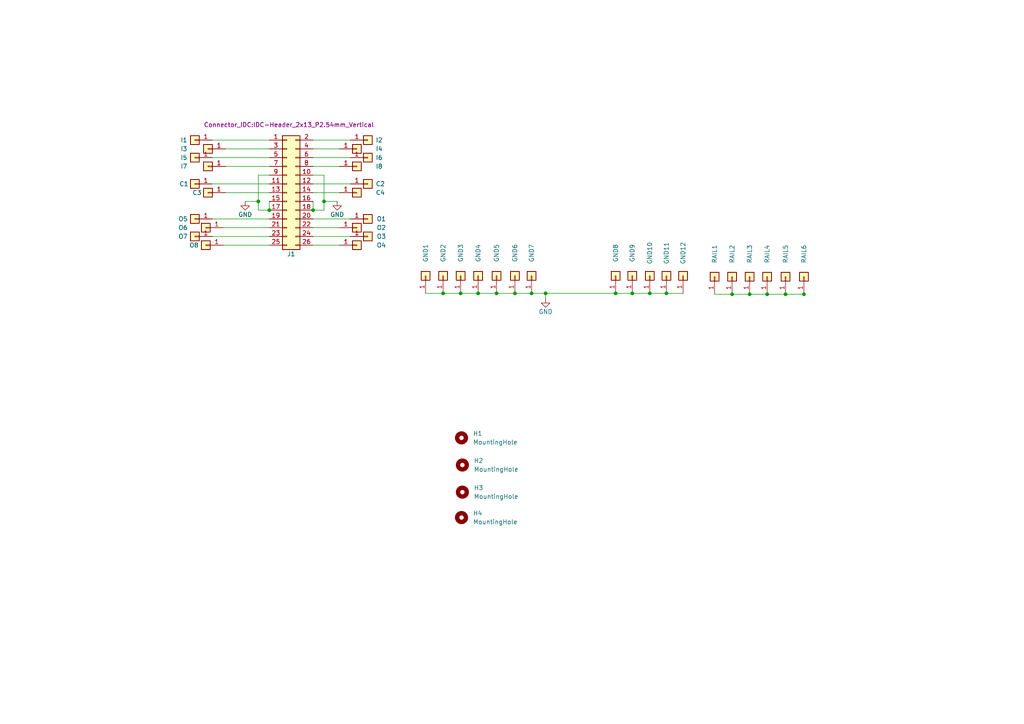
<source format=kicad_sch>
(kicad_sch (version 20250114) (generator "eeschema") (generator_version "9.0")
  (paper "A4")
  (title_block (title "ft-RPI-sa IO-Board") (date "2025-06-10") (rev "V1.0") (company "Lippmann Elektronik"))
  (lib_symbols
    (symbol "Connector_Generic:Conn_01x01" (pin_names (offset 1.016) (hide yes))
      (property "Reference" "J" (at 0 2.54 0))
      (property "Value" "Conn_01x01" (at 0 -2.54 0))
      (symbol "Conn_01x01_1_1"
        (rectangle (start -1.27 1.27) (end 1.27 -1.27) (stroke (width 0.254)) (fill (type background)))
        (rectangle (start -1.27 0.127) (end 0 -0.127) (stroke (width 0.1524)))
        (pin passive line (at -5.08 0 0) (length 3.81) (name "Pin_1") (number "1"))
      )
    )
    (symbol "Connector_Generic:Conn_02x13_Odd_Even" (pin_names (offset 1.016) (hide yes))
      (property "Reference" "J" (at 1.27 17.78 0))
      (property "Value" "Conn_02x13_Odd_Even" (at 1.27 -17.78 0))
      (symbol "Conn_02x13_Odd_Even_1_1"
        (rectangle (start -1.27 16.51) (end 3.81 -16.51) (stroke (width 0.254)) (fill (type background)))
        (rectangle (start -1.27 15.367) (end 0 15.113) (stroke (width 0.1524)))
        (rectangle (start -1.27 12.827) (end 0 12.573) (stroke (width 0.1524)))
        (rectangle (start -1.27 10.287) (end 0 10.033) (stroke (width 0.1524)))
        (rectangle (start -1.27 7.747) (end 0 7.493) (stroke (width 0.1524)))
        (rectangle (start -1.27 5.207) (end 0 4.953) (stroke (width 0.1524)))
        (rectangle (start -1.27 2.667) (end 0 2.413) (stroke (width 0.1524)))
        (rectangle (start -1.27 0.127) (end 0 -0.127) (stroke (width 0.1524)))
        (rectangle (start -1.27 -2.413) (end 0 -2.667) (stroke (width 0.1524)))
        (rectangle (start -1.27 -4.953) (end 0 -5.207) (stroke (width 0.1524)))
        (rectangle (start -1.27 -7.493) (end 0 -7.747) (stroke (width 0.1524)))
        (rectangle (start -1.27 -10.033) (end 0 -10.287) (stroke (width 0.1524)))
        (rectangle (start -1.27 -12.573) (end 0 -12.827) (stroke (width 0.1524)))
        (rectangle (start -1.27 -15.113) (end 0 -15.367) (stroke (width 0.1524)))
        (rectangle (start 3.81 15.367) (end 2.54 15.113) (stroke (width 0.1524)))
        (rectangle (start 3.81 12.827) (end 2.54 12.573) (stroke (width 0.1524)))
        (rectangle (start 3.81 10.287) (end 2.54 10.033) (stroke (width 0.1524)))
        (rectangle (start 3.81 7.747) (end 2.54 7.493) (stroke (width 0.1524)))
        (rectangle (start 3.81 5.207) (end 2.54 4.953) (stroke (width 0.1524)))
        (rectangle (start 3.81 2.667) (end 2.54 2.413) (stroke (width 0.1524)))
        (rectangle (start 3.81 0.127) (end 2.54 -0.127) (stroke (width 0.1524)))
        (rectangle (start 3.81 -2.413) (end 2.54 -2.667) (stroke (width 0.1524)))
        (rectangle (start 3.81 -4.953) (end 2.54 -5.207) (stroke (width 0.1524)))
        (rectangle (start 3.81 -7.493) (end 2.54 -7.747) (stroke (width 0.1524)))
        (rectangle (start 3.81 -10.033) (end 2.54 -10.287) (stroke (width 0.1524)))
        (rectangle (start 3.81 -12.573) (end 2.54 -12.827) (stroke (width 0.1524)))
        (rectangle (start 3.81 -15.113) (end 2.54 -15.367) (stroke (width 0.1524)))
        (pin passive line (at -5.08 15.24 0) (length 3.81) (name "Pin_1") (number "1"))
        (pin passive line (at -5.08 12.7 0) (length 3.81) (name "Pin_3") (number "3"))
        (pin passive line (at -5.08 10.16 0) (length 3.81) (name "Pin_5") (number "5"))
        (pin passive line (at -5.08 7.62 0) (length 3.81) (name "Pin_7") (number "7"))
        (pin passive line (at -5.08 5.08 0) (length 3.81) (name "Pin_9") (number "9"))
        (pin passive line (at -5.08 2.54 0) (length 3.81) (name "Pin_11") (number "11"))
        (pin passive line (at -5.08 0 0) (length 3.81) (name "Pin_13") (number "13"))
        (pin passive line (at -5.08 -2.54 0) (length 3.81) (name "Pin_15") (number "15"))
        (pin passive line (at -5.08 -5.08 0) (length 3.81) (name "Pin_17") (number "17"))
        (pin passive line (at -5.08 -7.62 0) (length 3.81) (name "Pin_19") (number "19"))
        (pin passive line (at -5.08 -10.16 0) (length 3.81) (name "Pin_21") (number "21"))
        (pin passive line (at -5.08 -12.7 0) (length 3.81) (name "Pin_23") (number "23"))
        (pin passive line (at -5.08 -15.24 0) (length 3.81) (name "Pin_25") (number "25"))
        (pin passive line (at 7.62 15.24 180) (length 3.81) (name "Pin_2") (number "2"))
        (pin passive line (at 7.62 12.7 180) (length 3.81) (name "Pin_4") (number "4"))
        (pin passive line (at 7.62 10.16 180) (length 3.81) (name "Pin_6") (number "6"))
        (pin passive line (at 7.62 7.62 180) (length 3.81) (name "Pin_8") (number "8"))
        (pin passive line (at 7.62 5.08 180) (length 3.81) (name "Pin_10") (number "10"))
        (pin passive line (at 7.62 2.54 180) (length 3.81) (name "Pin_12") (number "12"))
        (pin passive line (at 7.62 0 180) (length 3.81) (name "Pin_14") (number "14"))
        (pin passive line (at 7.62 -2.54 180) (length 3.81) (name "Pin_16") (number "16"))
        (pin passive line (at 7.62 -5.08 180) (length 3.81) (name "Pin_18") (number "18"))
        (pin passive line (at 7.62 -7.62 180) (length 3.81) (name "Pin_20") (number "20"))
        (pin passive line (at 7.62 -10.16 180) (length 3.81) (name "Pin_22") (number "22"))
        (pin passive line (at 7.62 -12.7 180) (length 3.81) (name "Pin_24") (number "24"))
        (pin passive line (at 7.62 -15.24 180) (length 3.81) (name "Pin_26") (number "26"))
      )
    )
    (symbol "Mechanical:MountingHole" (pin_names (offset 1.016))
      (property "Reference" "H" (at 0 5.08 0))
      (property "Value" "MountingHole" (at 0 3.175 0))
      (symbol "MountingHole_0_1"
        (circle (center 0 0) (radius 1.27) (stroke (width 1.27)))
      )
    )
    (symbol "power:GND" (power) (pin_names (offset 0))
      (property "Value" "GND" (at 0 -3.81 0))
      (symbol "GND_0_1"
        (polyline (pts (xy 0 0) (xy 0 -1.27) (xy 1.27 -1.27) (xy 0 -2.54) (xy -1.27 -1.27) (xy 0 -1.27)))
      )
      (symbol "GND_1_1"
        (pin power_in line (at 0 0 270) (length 0) (hide yes) (name "GND") (number "1"))
      )
    )
  )
  (junction (at 144.018 85.09))
  (junction (at 74.93 58.42))
  (junction (at 133.604 85.09))
  (junction (at 149.352 85.09))
  (junction (at 154.178 85.09))
  (junction (at 78.105 60.96))
  (junction (at 93.98 58.42))
  (junction (at 233.172 85.344))
  (junction (at 90.805 60.96))
  (junction (at 158.242 85.09))
  (junction (at 178.562 85.09))
  (junction (at 188.468 85.09))
  (junction (at 138.684 85.09))
  (junction (at 193.294 85.09))
  (junction (at 183.388 85.09))
  (junction (at 227.838 85.344))
  (junction (at 222.504 85.344))
  (junction (at 212.344 85.344))
  (junction (at 217.424 85.344))
  (junction (at 128.524 85.09))
  (wire (pts (xy 65.405 43.18) (xy 78.105 43.18)))
  (wire (pts (xy 90.805 48.26) (xy 98.425 48.26)))
  (wire (pts (xy 227.838 85.344) (xy 233.172 85.344)))
  (wire (pts (xy 93.98 58.42) (xy 93.98 60.96)))
  (wire (pts (xy 74.93 50.8) (xy 74.93 58.42)))
  (wire (pts (xy 65.405 48.26) (xy 78.105 48.26)))
  (wire (pts (xy 233.172 85.344) (xy 233.426 85.344)))
  (wire (pts (xy 64.77 66.04) (xy 78.105 66.04)))
  (wire (pts (xy 65.405 55.88) (xy 78.105 55.88)))
  (wire (pts (xy 61.595 68.58) (xy 78.105 68.58)))
  (wire (pts (xy 188.468 85.09) (xy 193.294 85.09)))
  (wire (pts (xy 90.805 55.88) (xy 98.425 55.88)))
  (wire (pts (xy 61.595 63.5) (xy 78.105 63.5)))
  (wire (pts (xy 90.805 60.96) (xy 93.98 60.96)))
  (wire (pts (xy 90.805 58.42) (xy 90.805 60.96)))
  (wire (pts (xy 144.018 85.09) (xy 149.352 85.09)))
  (wire (pts (xy 90.805 50.8) (xy 93.98 50.8)))
  (wire (pts (xy 178.562 85.09) (xy 183.388 85.09)))
  (wire (pts (xy 90.805 40.64) (xy 101.6 40.64)))
  (wire (pts (xy 133.604 85.09) (xy 138.684 85.09)))
  (wire (pts (xy 149.352 85.09) (xy 154.178 85.09)))
  (wire (pts (xy 212.344 85.344) (xy 217.424 85.344)))
  (wire (pts (xy 158.242 85.09) (xy 178.562 85.09)))
  (wire (pts (xy 138.684 85.09) (xy 144.018 85.09)))
  (wire (pts (xy 90.805 53.34) (xy 101.6 53.34)))
  (wire (pts (xy 61.595 45.72) (xy 78.105 45.72)))
  (wire (pts (xy 217.424 85.344) (xy 222.504 85.344)))
  (wire (pts (xy 64.77 71.12) (xy 78.105 71.12)))
  (wire (pts (xy 158.242 85.09) (xy 158.242 86.614)))
  (wire (pts (xy 183.388 85.09) (xy 188.468 85.09)))
  (wire (pts (xy 90.805 63.5) (xy 101.6 63.5)))
  (wire (pts (xy 78.105 50.8) (xy 74.93 50.8)))
  (wire (pts (xy 222.504 85.344) (xy 227.838 85.344)))
  (wire (pts (xy 128.524 85.09) (xy 133.604 85.09)))
  (wire (pts (xy 93.98 50.8) (xy 93.98 58.42)))
  (wire (pts (xy 90.805 68.58) (xy 101.6 68.58)))
  (wire (pts (xy 193.294 85.09) (xy 198.12 85.09)))
  (wire (pts (xy 154.178 85.09) (xy 158.242 85.09)))
  (wire (pts (xy 90.805 71.12) (xy 98.425 71.12)))
  (wire (pts (xy 207.264 85.344) (xy 212.344 85.344)))
  (wire (pts (xy 123.444 85.09) (xy 128.524 85.09)))
  (wire (pts (xy 78.105 58.42) (xy 78.105 60.96)))
  (wire (pts (xy 71.12 58.42) (xy 74.93 58.42)))
  (wire (pts (xy 93.98 58.42) (xy 97.79 58.42)))
  (wire (pts (xy 74.93 58.42) (xy 74.93 60.96)))
  (wire (pts (xy 74.93 60.96) (xy 78.105 60.96)))
  (wire (pts (xy 61.595 53.34) (xy 78.105 53.34)))
  (wire (pts (xy 90.805 43.18) (xy 98.425 43.18)))
  (wire (pts (xy 90.805 45.72) (xy 101.6 45.72)))
  (wire (pts (xy 61.595 40.64) (xy 78.105 40.64)))
  (wire (pts (xy 90.805 66.04) (xy 98.425 66.04)))
  (symbol (lib_id "power:GND") (at 97.79 58.42 0) (unit 1)
    (property "Reference" "#PWR011" (effects (hide yes)))
    (property "Value" "GND" (at 97.79 62.23 0))
  )
  (symbol (lib_id "Connector_Generic:Conn_02x13_Odd_Even") (at 83.185 55.88 0) (unit 1)
    (property "Reference" "J1" (at 84.455 73.66 0))
    (property "Value" "Conn_02x13_Odd_Even" (effects (hide yes)))
    (property "Footprint" "Connector_IDC:IDC-Header_2x13_P2.54mm_Vertical" (at 83.82 36.195 0))
  )
  (symbol (lib_id "power:GND") (at 71.12 58.42 0) (unit 1)
    (property "Reference" "#PWR010" (effects (hide yes)))
    (property "Value" "GND" (at 71.12 62.23 0))
  )
  (symbol (lib_id "Connector_Generic:Conn_01x01") (at 138.684 80.01 90) (unit 1)
    (property "Reference" "GND4" (at 138.684 73.406 0))
    (property "Value" "Conn_01x01" (effects (hide yes)))
    (property "Footprint" "RPI-Electronics:Bundhuelse_3mm" (effects (hide yes)))
  )
  (symbol (lib_id "Mechanical:MountingHole") (at 134.112 134.874 0) (unit 1)
    (property "Reference" "H2" (at 137.414 133.6039 0) (effects (justify left)))
    (property "Value" "MountingHole" (at 137.414 136.1439 0) (effects (justify left)))
    (property "Footprint" "MountingHole:MountingHole_3.2mm_M3_DIN965" (effects (hide yes)))
  )
  (symbol (lib_id "Connector_Generic:Conn_01x01") (at 183.388 80.01 90) (unit 1)
    (property "Reference" "GND9" (at 183.388 73.406 0))
    (property "Value" "Conn_01x01" (effects (hide yes)))
    (property "Footprint" "RPI-Electronics:Bundhuelse_3mm" (effects (hide yes)))
  )
  (symbol (lib_id "Connector_Generic:Conn_01x01") (at 56.515 68.58 180) (unit 1)
    (property "Reference" "O7" (at 53.086 68.58 0))
    (property "Value" "Conn_01x01" (effects (hide yes)))
    (property "Footprint" "RPI-Electronics:Bundhuelse_3mm" (effects (hide yes)))
  )
  (symbol (lib_id "Connector_Generic:Conn_01x01") (at 154.178 80.01 90) (unit 1)
    (property "Reference" "GND7" (at 154.178 73.406 0))
    (property "Value" "Conn_01x01" (effects (hide yes)))
    (property "Footprint" "RPI-Electronics:Bundhuelse_3mm" (effects (hide yes)))
  )
  (symbol (lib_id "Connector_Generic:Conn_01x01") (at 56.515 53.34 180) (unit 1)
    (property "Reference" "C1" (at 53.34 53.34 0))
    (property "Value" "Conn_01x01" (effects (hide yes)))
    (property "Footprint" "RPI-Electronics:Bundhuelse_3mm" (effects (hide yes)))
  )
  (symbol (lib_id "Connector_Generic:Conn_01x01") (at 103.505 71.12 0) (unit 1)
    (property "Reference" "O4" (at 109.22 71.12 0) (effects (justify left)))
    (property "Value" "Conn_01x01" (effects (hide yes)))
    (property "Footprint" "RPI-Electronics:Bundhuelse_3mm" (effects (hide yes)))
  )
  (symbol (lib_id "Connector_Generic:Conn_01x01") (at 106.68 68.58 0) (unit 1)
    (property "Reference" "O3" (at 109.22 68.58 0) (effects (justify left)))
    (property "Value" "Conn_01x01" (effects (hide yes)))
    (property "Footprint" "RPI-Electronics:Bundhuelse_3mm" (effects (hide yes)))
  )
  (symbol (lib_id "Connector_Generic:Conn_01x01") (at 56.515 40.64 180) (unit 1)
    (property "Reference" "I1" (at 53.34 40.64 0))
    (property "Value" "Conn_01x01" (effects (hide yes)))
    (property "Footprint" "RPI-Electronics:Bundhuelse_3mm" (effects (hide yes)))
  )
  (symbol (lib_id "power:GND") (at 158.242 86.614 0) (unit 1)
    (property "Reference" "#PWR01" (effects (hide yes)))
    (property "Value" "GND" (at 158.242 90.424 0))
  )
  (symbol (lib_id "Connector_Generic:Conn_01x01") (at 212.344 80.264 90) (unit 1)
    (property "Reference" "RAIL2" (at 212.344 73.66 0))
    (property "Value" "Conn_01x01" (effects (hide yes)))
    (property "Footprint" "RPI-Electronics:Bundhuelse_3mm" (effects (hide yes)))
  )
  (symbol (lib_id "Connector_Generic:Conn_01x01") (at 217.424 80.264 90) (unit 1)
    (property "Reference" "RAIL3" (at 217.424 73.66 0))
    (property "Value" "Conn_01x01" (effects (hide yes)))
    (property "Footprint" "RPI-Electronics:Bundhuelse_3mm" (effects (hide yes)))
  )
  (symbol (lib_id "Connector_Generic:Conn_01x01") (at 60.325 48.26 180) (unit 1)
    (property "Reference" "I7" (at 53.34 48.26 0))
    (property "Value" "Conn_01x01" (effects (hide yes)))
    (property "Footprint" "RPI-Electronics:Bundhuelse_3mm" (effects (hide yes)))
  )
  (symbol (lib_id "Connector_Generic:Conn_01x01") (at 59.69 71.12 180) (unit 1)
    (property "Reference" "O8" (at 56.261 71.12 0))
    (property "Value" "Conn_01x01" (effects (hide yes)))
    (property "Footprint" "RPI-Electronics:Bundhuelse_3mm" (effects (hide yes)))
  )
  (symbol (lib_id "Connector_Generic:Conn_01x01") (at 144.018 80.01 90) (unit 1)
    (property "Reference" "GND5" (at 144.018 73.406 0))
    (property "Value" "Conn_01x01" (effects (hide yes)))
    (property "Footprint" "RPI-Electronics:Bundhuelse_3mm" (effects (hide yes)))
  )
  (symbol (lib_id "Connector_Generic:Conn_01x01") (at 198.12 80.01 90) (unit 1)
    (property "Reference" "GND12" (at 198.12 73.406 0))
    (property "Value" "Conn_01x01" (effects (hide yes)))
    (property "Footprint" "RPI-Electronics:Bundhuelse_3mm" (effects (hide yes)))
  )
  (symbol (lib_id "Connector_Generic:Conn_01x01") (at 103.505 55.88 0) (unit 1)
    (property "Reference" "C4" (at 108.966 55.88 0) (effects (justify left)))
    (property "Value" "Conn_01x01" (effects (hide yes)))
    (property "Footprint" "RPI-Electronics:Bundhuelse_3mm" (effects (hide yes)))
  )
  (symbol (lib_id "Connector_Generic:Conn_01x01") (at 193.294 80.01 90) (unit 1)
    (property "Reference" "GND11" (at 193.294 73.406 0))
    (property "Value" "Conn_01x01" (effects (hide yes)))
    (property "Footprint" "RPI-Electronics:Bundhuelse_3mm" (effects (hide yes)))
  )
  (symbol (lib_id "Connector_Generic:Conn_01x01") (at 56.515 63.5 180) (unit 1)
    (property "Reference" "O5" (at 53.086 63.5 0))
    (property "Value" "Conn_01x01" (effects (hide yes)))
    (property "Footprint" "RPI-Electronics:Bundhuelse_3mm" (effects (hide yes)))
  )
  (symbol (lib_id "Connector_Generic:Conn_01x01") (at 59.69 66.04 180) (unit 1)
    (property "Reference" "O6" (at 53.086 66.04 0))
    (property "Value" "Conn_01x01" (effects (hide yes)))
    (property "Footprint" "RPI-Electronics:Bundhuelse_3mm" (effects (hide yes)))
  )
  (symbol (lib_id "Connector_Generic:Conn_01x01") (at 178.562 80.01 90) (unit 1)
    (property "Reference" "GND8" (at 178.562 73.406 0))
    (property "Value" "Conn_01x01" (effects (hide yes)))
    (property "Footprint" "RPI-Electronics:Bundhuelse_3mm" (effects (hide yes)))
  )
  (symbol (lib_id "Connector_Generic:Conn_01x01") (at 60.325 43.18 180) (unit 1)
    (property "Reference" "I3" (at 53.34 43.18 0))
    (property "Value" "Conn_01x01" (effects (hide yes)))
    (property "Footprint" "RPI-Electronics:Bundhuelse_3mm" (effects (hide yes)))
  )
  (symbol (lib_id "Connector_Generic:Conn_01x01") (at 56.515 45.72 180) (unit 1)
    (property "Reference" "I5" (at 53.34 45.72 0))
    (property "Value" "Conn_01x01" (effects (hide yes)))
    (property "Footprint" "RPI-Electronics:Bundhuelse_3mm" (effects (hide yes)))
  )
  (symbol (lib_id "Connector_Generic:Conn_01x01") (at 188.468 80.01 90) (unit 1)
    (property "Reference" "GND10" (at 188.468 73.406 0))
    (property "Value" "Conn_01x01" (effects (hide yes)))
    (property "Footprint" "RPI-Electronics:Bundhuelse_3mm" (effects (hide yes)))
  )
  (symbol (lib_id "Connector_Generic:Conn_01x01") (at 103.505 43.18 0) (unit 1)
    (property "Reference" "I4" (at 108.966 43.18 0) (effects (justify left)))
    (property "Value" "Conn_01x01" (effects (hide yes)))
    (property "Footprint" "RPI-Electronics:Bundhuelse_3mm" (effects (hide yes)))
  )
  (symbol (lib_id "Connector_Generic:Conn_01x01") (at 103.505 66.04 0) (unit 1)
    (property "Reference" "O2" (at 109.22 66.04 0) (effects (justify left)))
    (property "Value" "Conn_01x01" (effects (hide yes)))
    (property "Footprint" "RPI-Electronics:Bundhuelse_3mm" (effects (hide yes)))
  )
  (symbol (lib_id "Connector_Generic:Conn_01x01") (at 227.838 80.264 90) (unit 1)
    (property "Reference" "RAIL5" (at 227.838 73.66 0))
    (property "Value" "Conn_01x01" (effects (hide yes)))
    (property "Footprint" "RPI-Electronics:Bundhuelse_3mm" (effects (hide yes)))
  )
  (symbol (lib_id "Connector_Generic:Conn_01x01") (at 222.504 80.264 90) (unit 1)
    (property "Reference" "RAIL4" (at 222.504 73.66 0))
    (property "Value" "Conn_01x01" (effects (hide yes)))
    (property "Footprint" "RPI-Electronics:Bundhuelse_3mm" (effects (hide yes)))
  )
  (symbol (lib_id "Connector_Generic:Conn_01x01") (at 207.264 80.264 90) (unit 1)
    (property "Reference" "RAIL1" (at 207.264 73.66 0))
    (property "Value" "Conn_01x01" (effects (hide yes)))
    (property "Footprint" "RPI-Electronics:Bundhuelse_3mm" (effects (hide yes)))
  )
  (symbol (lib_id "Connector_Generic:Conn_01x01") (at 106.68 40.64 0) (unit 1)
    (property "Reference" "I2" (at 108.966 40.64 0) (effects (justify left)))
    (property "Value" "Conn_01x01" (effects (hide yes)))
    (property "Footprint" "RPI-Electronics:Bundhuelse_3mm" (effects (hide yes)))
  )
  (symbol (lib_id "Connector_Generic:Conn_01x01") (at 133.604 80.01 90) (unit 1)
    (property "Reference" "GND3" (at 133.604 73.406 0))
    (property "Value" "Conn_01x01" (effects (hide yes)))
    (property "Footprint" "RPI-Electronics:Bundhuelse_3mm" (effects (hide yes)))
  )
  (symbol (lib_id "Connector_Generic:Conn_01x01") (at 60.325 55.88 180) (unit 1)
    (property "Reference" "C3" (at 57.15 55.88 0))
    (property "Value" "Conn_01x01" (effects (hide yes)))
    (property "Footprint" "RPI-Electronics:Bundhuelse_3mm" (effects (hide yes)))
  )
  (symbol (lib_id "Connector_Generic:Conn_01x01") (at 106.68 53.34 0) (unit 1)
    (property "Reference" "C2" (at 108.966 53.34 0) (effects (justify left)))
    (property "Value" "Conn_01x01" (effects (hide yes)))
    (property "Footprint" "RPI-Electronics:Bundhuelse_3mm" (effects (hide yes)))
  )
  (symbol (lib_id "Mechanical:MountingHole") (at 134.112 142.748 0) (unit 1)
    (property "Reference" "H3" (at 137.414 141.4779 0) (effects (justify left)))
    (property "Value" "MountingHole" (at 137.414 144.0179 0) (effects (justify left)))
    (property "Footprint" "MountingHole:MountingHole_3.2mm_M3_DIN965" (effects (hide yes)))
  )
  (symbol (lib_id "Mechanical:MountingHole") (at 133.858 127 0) (unit 1)
    (property "Reference" "H1" (at 137.16 125.7299 0) (effects (justify left)))
    (property "Value" "MountingHole" (at 137.16 128.2699 0) (effects (justify left)))
    (property "Footprint" "MountingHole:MountingHole_3.2mm_M3_DIN965" (effects (hide yes)))
  )
  (symbol (lib_id "Connector_Generic:Conn_01x01") (at 128.524 80.01 90) (unit 1)
    (property "Reference" "GND2" (at 128.524 73.406 0))
    (property "Value" "Conn_01x01" (effects (hide yes)))
    (property "Footprint" "RPI-Electronics:Bundhuelse_3mm" (effects (hide yes)))
  )
  (symbol (lib_id "Connector_Generic:Conn_01x01") (at 233.172 80.264 90) (unit 1)
    (property "Reference" "RAIL6" (at 233.172 73.66 0))
    (property "Value" "Conn_01x01" (effects (hide yes)))
    (property "Footprint" "RPI-Electronics:Bundhuelse_3mm" (effects (hide yes)))
  )
  (symbol (lib_id "Connector_Generic:Conn_01x01") (at 106.68 45.72 0) (unit 1)
    (property "Reference" "I6" (at 108.966 45.72 0) (effects (justify left)))
    (property "Value" "Conn_01x01" (effects (hide yes)))
    (property "Footprint" "RPI-Electronics:Bundhuelse_3mm" (effects (hide yes)))
  )
  (symbol (lib_id "Mechanical:MountingHole") (at 133.858 150.114 0) (unit 1)
    (property "Reference" "H4" (at 137.16 148.8439 0) (effects (justify left)))
    (property "Value" "MountingHole" (at 137.16 151.3839 0) (effects (justify left)))
    (property "Footprint" "MountingHole:MountingHole_3.2mm_M3_DIN965" (effects (hide yes)))
  )
  (symbol (lib_id "Connector_Generic:Conn_01x01") (at 103.505 48.26 0) (unit 1)
    (property "Reference" "I8" (at 108.966 48.26 0) (effects (justify left)))
    (property "Value" "Conn_01x01" (effects (hide yes)))
    (property "Footprint" "RPI-Electronics:Bundhuelse_3mm" (effects (hide yes)))
  )
  (symbol (lib_id "Connector_Generic:Conn_01x01") (at 149.352 80.01 90) (unit 1)
    (property "Reference" "GND6" (at 149.352 73.406 0))
    (property "Value" "Conn_01x01" (effects (hide yes)))
    (property "Footprint" "RPI-Electronics:Bundhuelse_3mm" (effects (hide yes)))
  )
  (symbol (lib_id "Connector_Generic:Conn_01x01") (at 106.68 63.5 0) (unit 1)
    (property "Reference" "O1" (at 109.22 63.5 0) (effects (justify left)))
    (property "Value" "Conn_01x01" (effects (hide yes)))
    (property "Footprint" "RPI-Electronics:Bundhuelse_3mm" (effects (hide yes)))
  )
  (symbol (lib_id "Connector_Generic:Conn_01x01") (at 123.444 80.01 90) (unit 1)
    (property "Reference" "GND1" (at 123.444 73.406 0))
    (property "Value" "Conn_01x01" (effects (hide yes)))
    (property "Footprint" "RPI-Electronics:Bundhuelse_3mm" (effects (hide yes)))
  )
)
</source>
